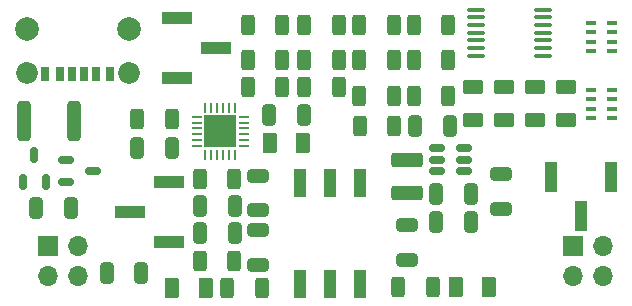
<source format=gbr>
%TF.GenerationSoftware,KiCad,Pcbnew,7.0.2-6a45011f42~172~ubuntu22.04.1*%
%TF.CreationDate,2023-06-08T17:33:05-07:00*%
%TF.ProjectId,usb-breadboard-power,7573622d-6272-4656-9164-626f6172642d,v1.0*%
%TF.SameCoordinates,Original*%
%TF.FileFunction,Soldermask,Top*%
%TF.FilePolarity,Negative*%
%FSLAX46Y46*%
G04 Gerber Fmt 4.6, Leading zero omitted, Abs format (unit mm)*
G04 Created by KiCad (PCBNEW 7.0.2-6a45011f42~172~ubuntu22.04.1) date 2023-06-08 17:33:05*
%MOMM*%
%LPD*%
G01*
G04 APERTURE LIST*
G04 Aperture macros list*
%AMRoundRect*
0 Rectangle with rounded corners*
0 $1 Rounding radius*
0 $2 $3 $4 $5 $6 $7 $8 $9 X,Y pos of 4 corners*
0 Add a 4 corners polygon primitive as box body*
4,1,4,$2,$3,$4,$5,$6,$7,$8,$9,$2,$3,0*
0 Add four circle primitives for the rounded corners*
1,1,$1+$1,$2,$3*
1,1,$1+$1,$4,$5*
1,1,$1+$1,$6,$7*
1,1,$1+$1,$8,$9*
0 Add four rect primitives between the rounded corners*
20,1,$1+$1,$2,$3,$4,$5,0*
20,1,$1+$1,$4,$5,$6,$7,0*
20,1,$1+$1,$6,$7,$8,$9,0*
20,1,$1+$1,$8,$9,$2,$3,0*%
G04 Aperture macros list end*
%ADD10RoundRect,0.250000X-0.312500X-0.625000X0.312500X-0.625000X0.312500X0.625000X-0.312500X0.625000X0*%
%ADD11RoundRect,0.250000X0.312500X0.625000X-0.312500X0.625000X-0.312500X-0.625000X0.312500X-0.625000X0*%
%ADD12RoundRect,0.250000X-0.375000X-0.625000X0.375000X-0.625000X0.375000X0.625000X-0.375000X0.625000X0*%
%ADD13RoundRect,0.250000X-0.325000X-0.650000X0.325000X-0.650000X0.325000X0.650000X-0.325000X0.650000X0*%
%ADD14RoundRect,0.150000X0.150000X-0.512500X0.150000X0.512500X-0.150000X0.512500X-0.150000X-0.512500X0*%
%ADD15RoundRect,0.250000X0.312500X1.450000X-0.312500X1.450000X-0.312500X-1.450000X0.312500X-1.450000X0*%
%ADD16RoundRect,0.250000X-0.625000X0.375000X-0.625000X-0.375000X0.625000X-0.375000X0.625000X0.375000X0*%
%ADD17R,0.700000X1.200000*%
%ADD18R,0.760000X1.200000*%
%ADD19R,0.800000X1.200000*%
%ADD20C,1.850000*%
%ADD21C,2.010000*%
%ADD22R,2.510000X1.000000*%
%ADD23R,0.900000X0.425000*%
%ADD24R,1.000000X2.510000*%
%ADD25RoundRect,0.250000X-1.075000X0.375000X-1.075000X-0.375000X1.075000X-0.375000X1.075000X0.375000X0*%
%ADD26RoundRect,0.250000X0.375000X0.625000X-0.375000X0.625000X-0.375000X-0.625000X0.375000X-0.625000X0*%
%ADD27RoundRect,0.150000X0.512500X0.150000X-0.512500X0.150000X-0.512500X-0.150000X0.512500X-0.150000X0*%
%ADD28RoundRect,0.150000X-0.512500X-0.150000X0.512500X-0.150000X0.512500X0.150000X-0.512500X0.150000X0*%
%ADD29RoundRect,0.250000X0.325000X0.650000X-0.325000X0.650000X-0.325000X-0.650000X0.325000X-0.650000X0*%
%ADD30RoundRect,0.100000X0.637500X0.100000X-0.637500X0.100000X-0.637500X-0.100000X0.637500X-0.100000X0*%
%ADD31RoundRect,0.250000X0.650000X-0.325000X0.650000X0.325000X-0.650000X0.325000X-0.650000X-0.325000X0*%
%ADD32RoundRect,0.250000X-0.650000X0.325000X-0.650000X-0.325000X0.650000X-0.325000X0.650000X0.325000X0*%
%ADD33R,1.120000X2.440000*%
%ADD34RoundRect,0.062500X0.062500X-0.325000X0.062500X0.325000X-0.062500X0.325000X-0.062500X-0.325000X0*%
%ADD35RoundRect,0.062500X0.325000X-0.062500X0.325000X0.062500X-0.325000X0.062500X-0.325000X-0.062500X0*%
%ADD36R,2.800000X2.800000*%
%ADD37R,1.700000X1.700000*%
%ADD38O,1.700000X1.700000*%
G04 APERTURE END LIST*
D10*
%TO.C,R14*%
X113337500Y-85800000D03*
X116262500Y-85800000D03*
%TD*%
%TO.C,R17*%
X117937500Y-91800000D03*
X120862500Y-91800000D03*
%TD*%
%TO.C,R6*%
X103887500Y-85800000D03*
X106812500Y-85800000D03*
%TD*%
D11*
%TO.C,R2*%
X102750000Y-98800000D03*
X99825000Y-98800000D03*
%TD*%
D10*
%TO.C,R8*%
X103887500Y-91050000D03*
X106812500Y-91050000D03*
%TD*%
D12*
%TO.C,D7*%
X121500000Y-108000000D03*
X124300000Y-108000000D03*
%TD*%
D13*
%TO.C,C6*%
X99825000Y-101125000D03*
X102775000Y-101125000D03*
%TD*%
%TO.C,C10*%
X119825000Y-100125000D03*
X122775000Y-100125000D03*
%TD*%
D14*
%TO.C,Q1*%
X84875000Y-99087500D03*
X86775000Y-99087500D03*
X85825000Y-96812500D03*
%TD*%
D10*
%TO.C,R12*%
X117937500Y-85800000D03*
X120862500Y-85800000D03*
%TD*%
%TO.C,R5*%
X108687500Y-88800000D03*
X111612500Y-88800000D03*
%TD*%
D15*
%TO.C,F1*%
X89187500Y-93950000D03*
X84912500Y-93950000D03*
%TD*%
D16*
%TO.C,D3*%
X123000000Y-91050000D03*
X123000000Y-93850000D03*
%TD*%
D10*
%TO.C,R3*%
X108687500Y-91050000D03*
X111612500Y-91050000D03*
%TD*%
D13*
%TO.C,C5*%
X118075000Y-94350000D03*
X121025000Y-94350000D03*
%TD*%
D17*
%TO.C,J1*%
X90020000Y-89980000D03*
D18*
X88000000Y-89980000D03*
D19*
X86770000Y-89980000D03*
D17*
X89020000Y-89980000D03*
D18*
X91040000Y-89980000D03*
D19*
X92270000Y-89980000D03*
D20*
X93840000Y-89900000D03*
X85200000Y-89900000D03*
D21*
X93840000Y-86100000D03*
X85200000Y-86100000D03*
%TD*%
D22*
%TO.C,JP1*%
X97200000Y-104140000D03*
X93890000Y-101600000D03*
X97200000Y-99060000D03*
%TD*%
D16*
%TO.C,D5*%
X128200000Y-91050000D03*
X128200000Y-93850000D03*
%TD*%
%TO.C,D4*%
X125600000Y-91050000D03*
X125600000Y-93850000D03*
%TD*%
D23*
%TO.C,RN1*%
X133000000Y-85600000D03*
X133000000Y-86400000D03*
X133000000Y-87200000D03*
X133000000Y-88000000D03*
X134700000Y-88000000D03*
X134700000Y-87200000D03*
X134700000Y-86400000D03*
X134700000Y-85600000D03*
%TD*%
D24*
%TO.C,JP2*%
X134615000Y-98670000D03*
X132075000Y-101980000D03*
X129535000Y-98670000D03*
%TD*%
D25*
%TO.C,L1*%
X117375000Y-97225000D03*
X117375000Y-100025000D03*
%TD*%
D11*
%TO.C,R18*%
X119562500Y-108000000D03*
X116637500Y-108000000D03*
%TD*%
D16*
%TO.C,D6*%
X130800000Y-91050000D03*
X130800000Y-93850000D03*
%TD*%
D13*
%TO.C,C9*%
X119850000Y-102475000D03*
X122800000Y-102475000D03*
%TD*%
D26*
%TO.C,D1*%
X108550000Y-95825000D03*
X105750000Y-95825000D03*
%TD*%
D11*
%TO.C,R1*%
X97462500Y-93800000D03*
X94537500Y-93800000D03*
%TD*%
D27*
%TO.C,U3*%
X122200000Y-98150000D03*
X122200000Y-97200000D03*
X122200000Y-96250000D03*
X119925000Y-96250000D03*
X119925000Y-97200000D03*
X119925000Y-98150000D03*
%TD*%
D28*
%TO.C,Q2*%
X88550000Y-97200000D03*
X88550000Y-99100000D03*
X90825000Y-98150000D03*
%TD*%
D11*
%TO.C,R9*%
X116312500Y-94350000D03*
X113387500Y-94350000D03*
%TD*%
D29*
%TO.C,C13*%
X94900000Y-106775000D03*
X91950000Y-106775000D03*
%TD*%
D22*
%TO.C,J2*%
X97900000Y-85210000D03*
X101210000Y-87750000D03*
X97900000Y-90290000D03*
%TD*%
D13*
%TO.C,C8*%
X99825000Y-103450000D03*
X102775000Y-103450000D03*
%TD*%
%TO.C,C3*%
X105700000Y-93450000D03*
X108650000Y-93450000D03*
%TD*%
D30*
%TO.C,U2*%
X128925000Y-88400000D03*
X128925000Y-87750000D03*
X128925000Y-87100000D03*
X128925000Y-86450000D03*
X128925000Y-85800000D03*
X128925000Y-85150000D03*
X128925000Y-84500000D03*
X123200000Y-84500000D03*
X123200000Y-85150000D03*
X123200000Y-85800000D03*
X123200000Y-86450000D03*
X123200000Y-87100000D03*
X123200000Y-87750000D03*
X123200000Y-88400000D03*
%TD*%
D31*
%TO.C,C4*%
X104800000Y-106125000D03*
X104800000Y-103175000D03*
%TD*%
D10*
%TO.C,R13*%
X117937500Y-88800000D03*
X120862500Y-88800000D03*
%TD*%
D32*
%TO.C,C1*%
X104800000Y-98550000D03*
X104800000Y-101500000D03*
%TD*%
D10*
%TO.C,R11*%
X102150000Y-108100000D03*
X105075000Y-108100000D03*
%TD*%
D33*
%TO.C,SW1*%
X113390000Y-99145000D03*
X110850000Y-99145000D03*
X108310000Y-99145000D03*
X108310000Y-107755000D03*
X110850000Y-107755000D03*
X113390000Y-107755000D03*
%TD*%
D29*
%TO.C,C12*%
X88950000Y-101300000D03*
X86000000Y-101300000D03*
%TD*%
D26*
%TO.C,D2*%
X100325000Y-108075000D03*
X97525000Y-108075000D03*
%TD*%
D10*
%TO.C,R4*%
X103887500Y-88800000D03*
X106812500Y-88800000D03*
%TD*%
D32*
%TO.C,C11*%
X117400000Y-102725000D03*
X117400000Y-105675000D03*
%TD*%
D34*
%TO.C,U1*%
X100300000Y-96800000D03*
X100800000Y-96800000D03*
X101300000Y-96800000D03*
X101800000Y-96800000D03*
X102300000Y-96800000D03*
X102800000Y-96800000D03*
D35*
X103537500Y-96062500D03*
X103537500Y-95562500D03*
X103537500Y-95062500D03*
X103537500Y-94562500D03*
X103537500Y-94062500D03*
X103537500Y-93562500D03*
D34*
X102800000Y-92825000D03*
X102300000Y-92825000D03*
X101800000Y-92825000D03*
X101300000Y-92825000D03*
X100800000Y-92825000D03*
X100300000Y-92825000D03*
D35*
X99562500Y-93562500D03*
X99562500Y-94062500D03*
X99562500Y-94562500D03*
X99562500Y-95062500D03*
X99562500Y-95562500D03*
X99562500Y-96062500D03*
D36*
X101550000Y-94812500D03*
%TD*%
D29*
%TO.C,C2*%
X97475000Y-96200000D03*
X94525000Y-96200000D03*
%TD*%
D23*
%TO.C,RN2*%
X134700000Y-93700000D03*
X134700000Y-92900000D03*
X134700000Y-92100000D03*
X134700000Y-91300000D03*
X133000000Y-91300000D03*
X133000000Y-92100000D03*
X133000000Y-92900000D03*
X133000000Y-93700000D03*
%TD*%
D32*
%TO.C,C7*%
X125325000Y-98450000D03*
X125325000Y-101400000D03*
%TD*%
D10*
%TO.C,R16*%
X113337500Y-91800000D03*
X116262500Y-91800000D03*
%TD*%
%TO.C,R10*%
X99812500Y-105800000D03*
X102737500Y-105800000D03*
%TD*%
%TO.C,R15*%
X113337500Y-88800000D03*
X116262500Y-88800000D03*
%TD*%
%TO.C,R7*%
X108687500Y-85800000D03*
X111612500Y-85800000D03*
%TD*%
D37*
%TO.C,J4*%
X131469000Y-104525000D03*
D38*
X131469000Y-107065000D03*
X134009000Y-104525000D03*
X134009000Y-107065000D03*
%TD*%
D37*
%TO.C,J3*%
X86981000Y-104525000D03*
D38*
X86981000Y-107065000D03*
X89521000Y-104525000D03*
X89521000Y-107065000D03*
%TD*%
M02*

</source>
